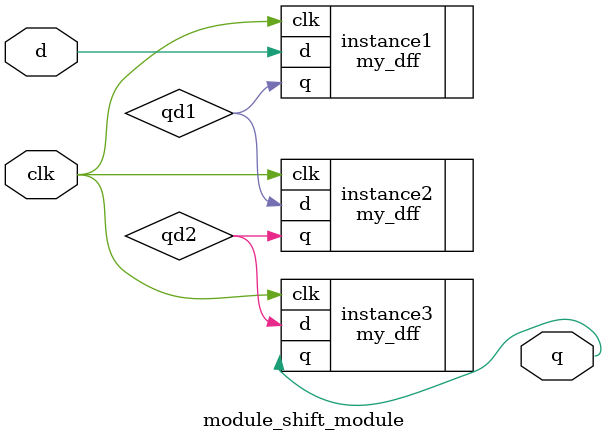
<source format=v>
module module_shift_module ( input clk, input d, output q );
    wire qd1, qd2;
	 
	 // We are given module my_dff
	 // module my_dff ( input clk, input d, output q );
    my_dff instance1 ( .clk(clk), .d(d), .q(qd1) );
    my_dff instance2 ( .clk(clk), .d(qd1), .q(qd2) );
    my_dff instance3 ( .clk(clk), .d(qd2), .q(q) );
endmodule 
</source>
